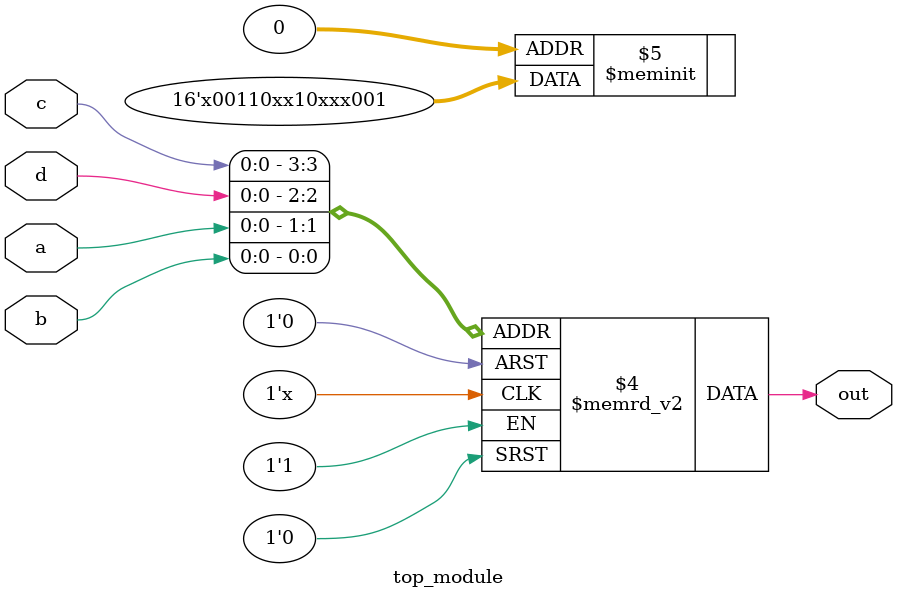
<source format=sv>
module top_module (
    input a, 
    input b,
    input c,
    input d,
    output reg out
);

always @(*) begin
    case ({c, d, a, b})
        4'b0000, 4'b0111, 4'b1011, 4'b1100: out = 1'b1;
        4'b0001, 4'b0010, 4'b0110, 4'b1010, 4'b1101, 4'b1110: out = 1'b0;
        default: out = 1'bx;
    endcase
end

endmodule

</source>
